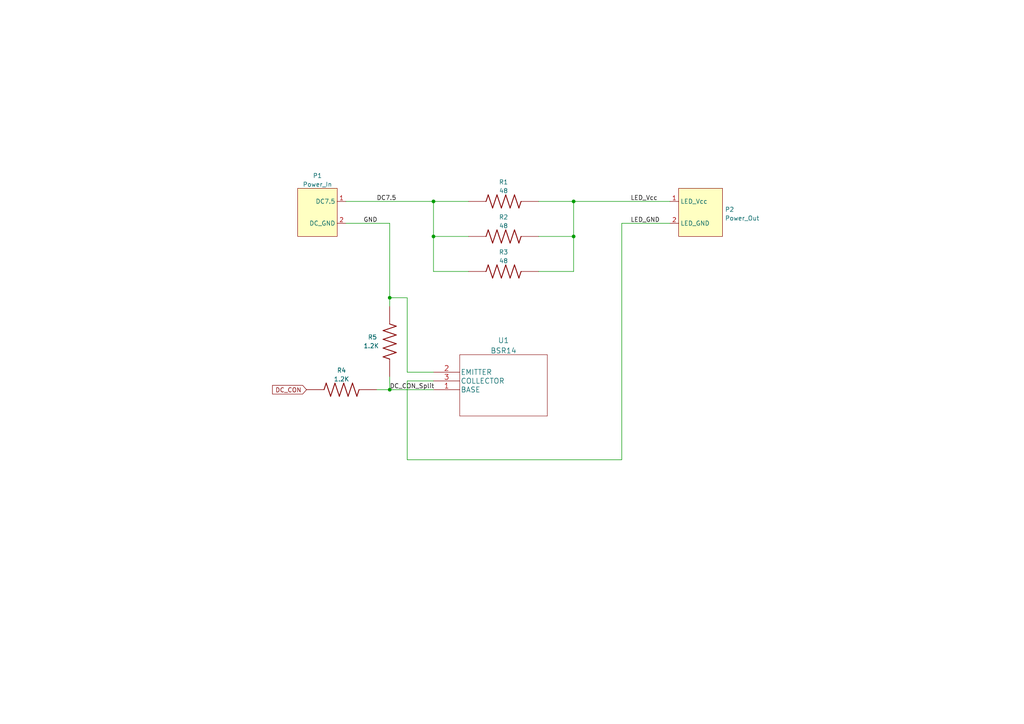
<source format=kicad_sch>
(kicad_sch (version 20211123) (generator eeschema)
  (paper "A4")
  (title_block (title "PSone Filament LCD Backligh Mod") (date "2022-08-20") (company "Jeff Chen"))
  (lib_symbols
    (symbol "PSone Filament LCD Backlight Mod:BSR14" (pin_names (offset 0.254))
      (property "Reference" "U" (at 20.32 12.7 0))
      (property "Value" "BSR14" (at 20.32 10.16 0))
      (symbol "BSR14_1_1"
        (polyline (pts (xy 7.62 -10.16) (xy 33.02 -10.16)) (stroke (width 0.127)))
        (polyline (pts (xy 7.62 7.62) (xy 7.62 -10.16)) (stroke (width 0.127)))
        (polyline (pts (xy 33.02 -10.16) (xy 33.02 7.62)) (stroke (width 0.127)))
        (polyline (pts (xy 33.02 7.62) (xy 7.62 7.62)) (stroke (width 0.127)))
        (pin unspecified line (at 0 0 0) (length 7.62) (name "BASE") (number "1"))
        (pin unspecified line (at 0 -5.08 0) (length 7.62) (name "EMITTER") (number "2"))
        (pin unspecified line (at 0 -2.54 0) (length 7.62) (name "COLLECTOR") (number "3"))
      )
    )
    (symbol "PSone Filament LCD Backlight Mod:Power_In"
      (property "Reference" "P" (at 6.35 1.27 0))
      (property "Value" "Power_In" (at 6.35 3.81 0))
      (symbol "Power_In_0_1"
        (rectangle (start 0 0) (end 11.43 -13.97) (stroke (width 0.1524)) (fill (type background)))
      )
      (symbol "Power_In_1_1"
        (pin power_in line (at -2.54 -3.81 0) (length 2.54) (name "DC7.5") (number "1"))
        (pin power_in line (at -2.54 -10.16 0) (length 2.54) (name "DC_GND") (number "2"))
      )
    )
    (symbol "PSone Filament LCD Backlight Mod:Power_Out"
      (property "Reference" "P" (at 6.35 1.27 0))
      (property "Value" "Power_Out" (at 6.35 5.08 0))
      (symbol "Power_Out_0_1"
        (rectangle (start 0 0) (end 12.7 -13.97) (stroke (width 0.1524)) (fill (type background)))
      )
      (symbol "Power_Out_1_1"
        (pin power_out line (at -2.54 -3.81 0) (length 2.54) (name "LED_Vcc") (number "1"))
        (pin power_out line (at -2.54 -10.16 0) (length 2.54) (name "LED_GND") (number "2"))
      )
    )
    (symbol "resistor:Resistor_0603" (pin_numbers hide) (pin_names (offset 1.016) hide)
      (property "Reference" "R" (at -7.62 2.54 0))
      (property "Value" "Resistor_0603" (at -7.62 -5.08 0))
      (symbol "Resistor_0603_0_0"
        (polyline (pts (xy -5.08 0) (xy -4.445 1.905)) (stroke (width 0.254)))
        (polyline (pts (xy -4.445 1.905) (xy -3.175 -1.905)) (stroke (width 0.254)))
        (polyline (pts (xy -3.175 -1.905) (xy -1.905 1.905)) (stroke (width 0.254)))
        (polyline (pts (xy -1.905 1.905) (xy -0.635 -1.905)) (stroke (width 0.254)))
        (polyline (pts (xy -0.635 -1.905) (xy 0.635 1.905)) (stroke (width 0.254)))
        (polyline (pts (xy 0.635 1.905) (xy 1.905 -1.905)) (stroke (width 0.254)))
        (polyline (pts (xy 1.905 -1.905) (xy 3.175 1.905)) (stroke (width 0.254)))
        (polyline (pts (xy 3.175 1.905) (xy 4.445 -1.905)) (stroke (width 0.254)))
        (polyline (pts (xy 4.445 -1.905) (xy 5.08 0)) (stroke (width 0.254)))
        (pin passive line (at -10.16 0 0) (length 5.08) (name "~") (number "1"))
        (pin passive line (at 10.16 0 180) (length 5.08) (name "~") (number "2"))
      )
    )
  )
  (junction (at 125.73 68.58))
  (junction (at 113.03 86.36))
  (junction (at 113.03 113.03))
  (junction (at 166.37 68.58))
  (junction (at 166.37 58.42))
  (junction (at 125.73 58.42))
  (wire (pts (xy 125.73 68.58) (xy 125.73 78.74)))
  (wire (pts (xy 194.31 64.77) (xy 180.34 64.77)))
  (wire (pts (xy 113.03 64.77) (xy 100.33 64.77)))
  (wire (pts (xy 100.33 58.42) (xy 125.73 58.42)))
  (wire (pts (xy 113.03 86.36) (xy 113.03 88.9)))
  (wire (pts (xy 166.37 58.42) (xy 194.31 58.42)))
  (wire (pts (xy 180.34 64.77) (xy 180.34 133.35)))
  (wire (pts (xy 113.03 109.22) (xy 113.03 113.03)))
  (wire (pts (xy 125.73 68.58) (xy 135.89 68.58)))
  (wire (pts (xy 125.73 58.42) (xy 135.89 58.42)))
  (wire (pts (xy 156.21 68.58) (xy 166.37 68.58)))
  (wire (pts (xy 180.34 133.35) (xy 118.11 133.35)))
  (wire (pts (xy 166.37 78.74) (xy 166.37 68.58)))
  (wire (pts (xy 156.21 58.42) (xy 166.37 58.42)))
  (wire (pts (xy 118.11 110.49) (xy 125.73 110.49)))
  (wire (pts (xy 156.21 78.74) (xy 166.37 78.74)))
  (wire (pts (xy 125.73 107.95) (xy 118.11 107.95)))
  (wire (pts (xy 125.73 58.42) (xy 125.73 68.58)))
  (wire (pts (xy 118.11 133.35) (xy 118.11 110.49)))
  (wire (pts (xy 125.73 78.74) (xy 135.89 78.74)))
  (wire (pts (xy 113.03 113.03) (xy 109.22 113.03)))
  (wire (pts (xy 166.37 68.58) (xy 166.37 58.42)))
  (wire (pts (xy 113.03 113.03) (xy 125.73 113.03)))
  (wire (pts (xy 113.03 86.36) (xy 113.03 64.77)))
  (wire (pts (xy 118.11 86.36) (xy 113.03 86.36)))
  (wire (pts (xy 118.11 107.95) (xy 118.11 86.36)))
  (label "DC7.5" (at 109.22 58.42 0))
  (label "GND" (at 105.41 64.77 0))
  (label "DC_CON_Split" (at 113.03 113.03 0))
  (label "LED_Vcc" (at 182.88 58.42 0))
  (label "LED_GND" (at 182.88 64.77 0))
  (global_label "DC_CON" (shape input) (at 88.9 113.03 180) (property "Intersheet References" "${INTERSHEET_REFS}" (effects hide)))
  (symbol (lib_id "PSone Filament LCD Backlight Mod:BSR14") (at 125.73 113.03 0) (mirror x) (unit 1)
    (property "Reference" "U1" (at 146.05 98.7224 0) (effects (font (size 1.524 1.524))))
    (property "Value" "BSR14" (at 146.05 101.7158 0) (effects (font (size 1.524 1.524))))
    (property "Footprint" "PSone Filament LCD Backlight Mod:BSR14" (effects hide))
  )
  (symbol (lib_id "resistor:Resistor_0603") (at 146.05 68.58 0) (unit 1)
    (property "Reference" "R2" (at 146.05 62.9752 0))
    (property "Value" "48" (at 146.05 65.5121 0))
    (property "Footprint" "PSone Filament LCD Backlight Mod:THT_Resistor" (effects hide))
  )
  (symbol (lib_id "resistor:Resistor_0603") (at 146.05 78.74 0) (unit 1)
    (property "Reference" "R3" (at 146.05 73.1352 0))
    (property "Value" "48" (at 146.05 75.6721 0))
    (property "Footprint" "PSone Filament LCD Backlight Mod:THT_Resistor" (effects hide))
  )
  (symbol (lib_id "resistor:Resistor_0603") (at 146.05 58.42 0) (unit 1)
    (property "Reference" "R1" (at 146.05 52.8152 0))
    (property "Value" "48" (at 146.05 55.3521 0))
    (property "Footprint" "PSone Filament LCD Backlight Mod:THT_Resistor" (effects hide))
  )
  (symbol (lib_id "PSone Filament LCD Backlight Mod:Power_In") (at 97.79 54.61 0) (mirror y) (unit 1)
    (property "Reference" "P1" (at 92.075 50.961 0))
    (property "Value" "Power_In" (at 92.075 53.4979 0))
    (property "Footprint" "PSone Filament LCD Backlight Mod:DC75IN" (effects hide))
  )
  (symbol (lib_id "PSone Filament LCD Backlight Mod:Power_Out") (at 196.85 54.61 0) (unit 1)
    (property "Reference" "P2" (at 210.2612 60.7603 0) (effects (justify left)))
    (property "Value" "Power_Out" (at 210.2612 63.2972 0) (effects (justify left)))
    (property "Footprint" "PSone Filament LCD Backlight Mod:LED_PWR" (effects hide))
  )
  (symbol (lib_id "resistor:Resistor_0603") (at 113.03 99.06 90) (unit 1)
    (property "Reference" "R5" (at 106.68 97.79 90) (effects (justify right)))
    (property "Value" "1.2K" (at 105.41 100.33 90) (effects (justify right)))
    (property "Footprint" "PSone Filament LCD Backlight Mod:THT_Resistor" (effects hide))
  )
  (symbol (lib_id "resistor:Resistor_0603") (at 99.06 113.03 0) (unit 1)
    (property "Reference" "R4" (at 99.06 107.4252 0))
    (property "Value" "1.2K" (at 99.06 109.9621 0))
    (property "Footprint" "PSone Filament LCD Backlight Mod:THT_Resistor" (effects hide))
  )
)
</source>
